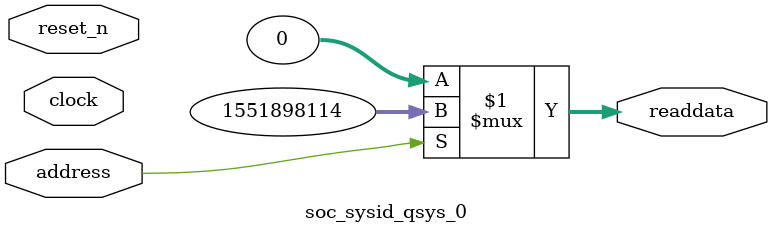
<source format=v>



// synthesis translate_off
`timescale 1ns / 1ps
// synthesis translate_on

// turn off superfluous verilog processor warnings 
// altera message_level Level1 
// altera message_off 10034 10035 10036 10037 10230 10240 10030 

module soc_sysid_qsys_0 (
               // inputs:
                address,
                clock,
                reset_n,

               // outputs:
                readdata
             )
;

  output  [ 31: 0] readdata;
  input            address;
  input            clock;
  input            reset_n;

  wire    [ 31: 0] readdata;
  //control_slave, which is an e_avalon_slave
  assign readdata = address ? 1551898114 : 0;

endmodule



</source>
